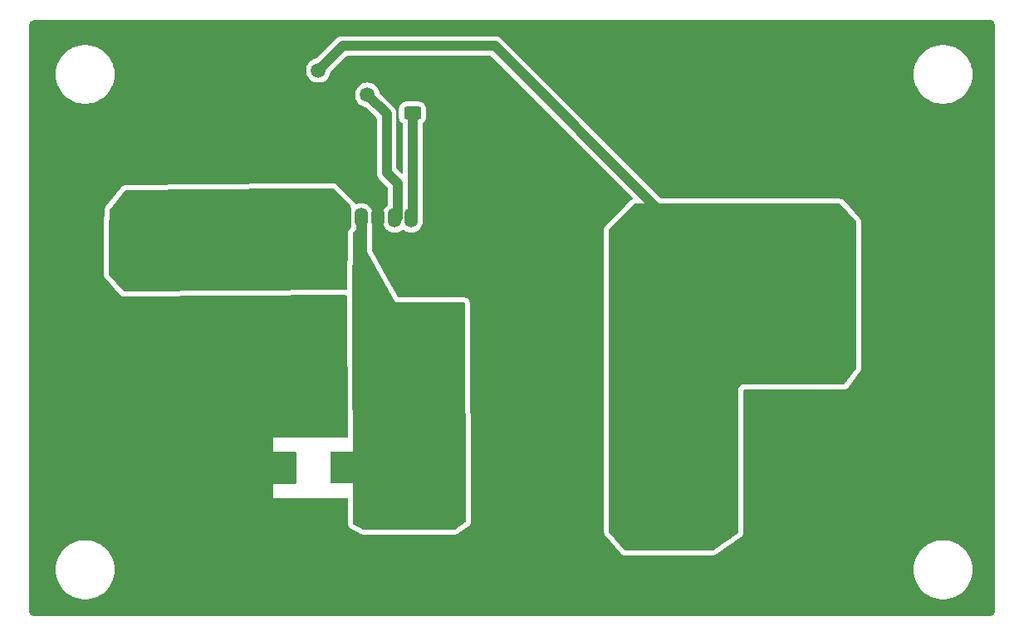
<source format=gbr>
%TF.GenerationSoftware,KiCad,Pcbnew,8.0.7-8.0.7-0~ubuntu20.04.1*%
%TF.CreationDate,2025-01-31T01:02:46+05:30*%
%TF.ProjectId,Buck_Converter_12V_3V3,4275636b-5f43-46f6-9e76-65727465725f,rev?*%
%TF.SameCoordinates,Original*%
%TF.FileFunction,Copper,L1,Top*%
%TF.FilePolarity,Positive*%
%FSLAX46Y46*%
G04 Gerber Fmt 4.6, Leading zero omitted, Abs format (unit mm)*
G04 Created by KiCad (PCBNEW 8.0.7-8.0.7-0~ubuntu20.04.1) date 2025-01-31 01:02:46*
%MOMM*%
%LPD*%
G01*
G04 APERTURE LIST*
G04 Aperture macros list*
%AMRoundRect*
0 Rectangle with rounded corners*
0 $1 Rounding radius*
0 $2 $3 $4 $5 $6 $7 $8 $9 X,Y pos of 4 corners*
0 Add a 4 corners polygon primitive as box body*
4,1,4,$2,$3,$4,$5,$6,$7,$8,$9,$2,$3,0*
0 Add four circle primitives for the rounded corners*
1,1,$1+$1,$2,$3*
1,1,$1+$1,$4,$5*
1,1,$1+$1,$6,$7*
1,1,$1+$1,$8,$9*
0 Add four rect primitives between the rounded corners*
20,1,$1+$1,$2,$3,$4,$5,0*
20,1,$1+$1,$4,$5,$6,$7,0*
20,1,$1+$1,$6,$7,$8,$9,0*
20,1,$1+$1,$8,$9,$2,$3,0*%
G04 Aperture macros list end*
%TA.AperFunction,ComponentPad*%
%ADD10C,1.498600*%
%TD*%
%TA.AperFunction,ComponentPad*%
%ADD11O,2.500000X5.000000*%
%TD*%
%TA.AperFunction,ComponentPad*%
%ADD12O,2.250000X4.500000*%
%TD*%
%TA.AperFunction,ComponentPad*%
%ADD13O,4.500000X2.250000*%
%TD*%
%TA.AperFunction,ComponentPad*%
%ADD14R,1.700000X1.700000*%
%TD*%
%TA.AperFunction,ComponentPad*%
%ADD15O,1.700000X1.700000*%
%TD*%
%TA.AperFunction,ComponentPad*%
%ADD16R,1.400000X2.000001*%
%TD*%
%TA.AperFunction,ComponentPad*%
%ADD17O,1.400000X2.000001*%
%TD*%
%TA.AperFunction,SMDPad,CuDef*%
%ADD18R,2.500000X6.500000*%
%TD*%
%TA.AperFunction,SMDPad,CuDef*%
%ADD19RoundRect,0.250000X-0.412500X-0.650000X0.412500X-0.650000X0.412500X0.650000X-0.412500X0.650000X0*%
%TD*%
%TA.AperFunction,SMDPad,CuDef*%
%ADD20RoundRect,0.250000X0.625000X-0.400000X0.625000X0.400000X-0.625000X0.400000X-0.625000X-0.400000X0*%
%TD*%
%TA.AperFunction,SMDPad,CuDef*%
%ADD21RoundRect,0.237500X-0.237500X0.250000X-0.237500X-0.250000X0.237500X-0.250000X0.237500X0.250000X0*%
%TD*%
%TA.AperFunction,SMDPad,CuDef*%
%ADD22R,5.100000X17.800000*%
%TD*%
%TA.AperFunction,SMDPad,CuDef*%
%ADD23RoundRect,0.250000X0.650000X-0.412500X0.650000X0.412500X-0.650000X0.412500X-0.650000X-0.412500X0*%
%TD*%
%TA.AperFunction,SMDPad,CuDef*%
%ADD24R,2.561399X3.180001*%
%TD*%
%TA.AperFunction,SMDPad,CuDef*%
%ADD25RoundRect,0.237500X0.237500X-0.300000X0.237500X0.300000X-0.237500X0.300000X-0.237500X-0.300000X0*%
%TD*%
%TA.AperFunction,ViaPad*%
%ADD26C,0.600000*%
%TD*%
%TA.AperFunction,Conductor*%
%ADD27C,1.000000*%
%TD*%
%TA.AperFunction,Conductor*%
%ADD28C,0.200000*%
%TD*%
G04 APERTURE END LIST*
D10*
%TO.P,RV1,1,1*%
%TO.N,Net-(J2-Pin_1)*%
X101990000Y-56960000D03*
%TO.P,RV1,2,2*%
%TO.N,Net-(U1-FB)*%
X106990000Y-59460000D03*
%TO.P,RV1,3,3*%
%TO.N,GND*%
X101990000Y-61959990D03*
%TD*%
D11*
%TO.P,J1,1*%
%TO.N,Net-(U1-VIN)*%
X81880000Y-75210000D03*
D12*
%TO.P,J1,2*%
%TO.N,GND*%
X75880000Y-75210000D03*
D13*
%TO.P,J1,3*%
X78880000Y-79910000D03*
%TD*%
D14*
%TO.P,J3,1,Pin_1*%
%TO.N,GND*%
X160890000Y-74530000D03*
D15*
%TO.P,J3,2,Pin_2*%
X160890000Y-77070000D03*
%TO.P,J3,3,Pin_3*%
X160890000Y-79610000D03*
%TO.P,J3,4,Pin_4*%
X160890000Y-82150000D03*
%TO.P,J3,5,Pin_5*%
X160890000Y-84690000D03*
%TD*%
D14*
%TO.P,J2,1,Pin_1*%
%TO.N,Net-(J2-Pin_1)*%
X153020000Y-74530000D03*
D15*
%TO.P,J2,2,Pin_2*%
X153020000Y-77070000D03*
%TO.P,J2,3,Pin_3*%
X153020000Y-79610000D03*
%TO.P,J2,4,Pin_4*%
X153020000Y-82150000D03*
%TO.P,J2,5,Pin_5*%
X153020000Y-84690000D03*
%TD*%
D16*
%TO.P,U1,1,VIN*%
%TO.N,Net-(U1-VIN)*%
X104659999Y-72010000D03*
D17*
%TO.P,U1,2,OUT*%
%TO.N,Net-(D1-K)*%
X106359999Y-72010000D03*
%TO.P,U1,3,GND*%
%TO.N,GND*%
X108060000Y-72010000D03*
%TO.P,U1,4,FB*%
%TO.N,Net-(U1-FB)*%
X109759999Y-72010000D03*
%TO.P,U1,5,ON_OFF_N*%
%TO.N,Net-(U1-ON_OFF_N)*%
X111459999Y-72010000D03*
%TD*%
D18*
%TO.P,C1,1*%
%TO.N,Net-(U1-VIN)*%
X95950000Y-75520000D03*
%TO.P,C1,2*%
%TO.N,GND*%
X95950000Y-88020000D03*
%TD*%
D19*
%TO.P,C4,1*%
%TO.N,Net-(J2-Pin_1)*%
X143275000Y-103070000D03*
%TO.P,C4,2*%
%TO.N,GND*%
X146400000Y-103070000D03*
%TD*%
D20*
%TO.P,R1,1*%
%TO.N,Net-(U1-ON_OFF_N)*%
X111580000Y-61310000D03*
%TO.P,R1,2*%
%TO.N,GND*%
X111580000Y-58210000D03*
%TD*%
D18*
%TO.P,C5,1*%
%TO.N,Net-(J2-Pin_1)*%
X137120000Y-73970000D03*
%TO.P,C5,2*%
%TO.N,GND*%
X137120000Y-61470000D03*
%TD*%
D21*
%TO.P,C6,2*%
%TO.N,GND*%
X148640000Y-90080000D03*
%TO.P,C6,1*%
%TO.N,Net-(J2-Pin_1)*%
X148640000Y-88255000D03*
%TD*%
D22*
%TO.P,L1,1,1*%
%TO.N,Net-(D1-K)*%
X114050000Y-91850000D03*
%TO.P,L1,2,2*%
%TO.N,Net-(J2-Pin_1)*%
X142050000Y-91850000D03*
%TD*%
D23*
%TO.P,C3,1*%
%TO.N,Net-(U1-VIN)*%
X94660000Y-70110000D03*
%TO.P,C3,2*%
%TO.N,GND*%
X94660000Y-66985000D03*
%TD*%
%TO.P,C7,1*%
%TO.N,Net-(J2-Pin_1)*%
X148480000Y-71945000D03*
%TO.P,C7,2*%
%TO.N,GND*%
X148480000Y-68820000D03*
%TD*%
D24*
%TO.P,D1,1,K*%
%TO.N,Net-(D1-K)*%
X104480000Y-97490000D03*
%TO.P,D1,2,A*%
%TO.N,GND*%
X98403400Y-97490000D03*
%TD*%
D25*
%TO.P,C2,1*%
%TO.N,Net-(U1-VIN)*%
X99500000Y-69725000D03*
%TO.P,C2,2*%
%TO.N,GND*%
X99500000Y-68000000D03*
%TD*%
D26*
%TO.N,GND*%
X153430000Y-94740000D03*
X156510000Y-94740000D03*
X150350000Y-94740000D03*
X154970000Y-94740000D03*
X151890000Y-94740000D03*
X150350000Y-99000000D03*
X153430000Y-100540000D03*
X156510000Y-100540000D03*
X154970000Y-95920000D03*
X153430000Y-99000000D03*
X151890000Y-97460000D03*
X156510000Y-95920000D03*
X150350000Y-100540000D03*
X151890000Y-99000000D03*
X154970000Y-99000000D03*
X154970000Y-97460000D03*
X150350000Y-95920000D03*
X156510000Y-99000000D03*
X151890000Y-95920000D03*
X153430000Y-97460000D03*
X156510000Y-97460000D03*
X154970000Y-100540000D03*
X151890000Y-100540000D03*
X150350000Y-97460000D03*
X153430000Y-95920000D03*
X141340000Y-55070000D03*
X90760000Y-103030000D03*
X148290000Y-63090000D03*
X86140000Y-92570000D03*
X86140000Y-95650000D03*
X120390000Y-103750000D03*
X117610000Y-70740000D03*
X84600000Y-92570000D03*
X86140000Y-101490000D03*
X120390000Y-100670000D03*
X142880000Y-56610000D03*
X121930000Y-105290000D03*
X96180000Y-57800000D03*
X154420000Y-56840000D03*
X84600000Y-94110000D03*
X90760000Y-89680000D03*
X90240000Y-60910000D03*
X123480000Y-83940000D03*
X84600000Y-99950000D03*
X119150000Y-75360000D03*
X120430000Y-81040000D03*
X93320000Y-59370000D03*
X93320000Y-56290000D03*
X94640000Y-60880000D03*
X120430000Y-79500000D03*
X133860000Y-53560000D03*
X120400000Y-96060000D03*
X120400000Y-91580000D03*
X87680000Y-94110000D03*
X149830000Y-61550000D03*
X90760000Y-99950000D03*
X120400000Y-87020000D03*
X120400000Y-94520000D03*
X90240000Y-57830000D03*
X84600000Y-89680000D03*
X121970000Y-79500000D03*
X123470000Y-102210000D03*
X120400000Y-93120000D03*
X116070000Y-73820000D03*
X135400000Y-55100000D03*
X142880000Y-53530000D03*
X119150000Y-72280000D03*
X117610000Y-73820000D03*
X84600000Y-98410000D03*
X120690000Y-75360000D03*
X90760000Y-97190000D03*
X153430000Y-101730000D03*
X154230000Y-59980000D03*
X139800000Y-53530000D03*
X125050000Y-79500000D03*
X121940000Y-90040000D03*
X122010000Y-73790000D03*
X126630000Y-72250000D03*
X154230000Y-61520000D03*
X126630000Y-70710000D03*
X87680000Y-98410000D03*
X126560000Y-94520000D03*
X152910000Y-64630000D03*
X126550000Y-105290000D03*
X149800000Y-58380000D03*
X120430000Y-76420000D03*
X120700000Y-64480000D03*
X123480000Y-93120000D03*
X125020000Y-96060000D03*
X84600000Y-97190000D03*
X125010000Y-103750000D03*
X135400000Y-56640000D03*
X132320000Y-56640000D03*
X119160000Y-61400000D03*
X150350000Y-103270000D03*
X125020000Y-99140000D03*
X121940000Y-83940000D03*
X148290000Y-61550000D03*
X93320000Y-57830000D03*
X149830000Y-64630000D03*
X87680000Y-91220000D03*
X139800000Y-56610000D03*
X154230000Y-64600000D03*
X87650000Y-85280000D03*
X126630000Y-69170000D03*
X126590000Y-79500000D03*
X141340000Y-56610000D03*
X120390000Y-102210000D03*
X132320000Y-53560000D03*
X117620000Y-61400000D03*
X149830000Y-66170000D03*
X89220000Y-91220000D03*
X87680000Y-97190000D03*
X90240000Y-56290000D03*
X86140000Y-97190000D03*
X136940000Y-53560000D03*
X125020000Y-93120000D03*
X90730000Y-85280000D03*
X123550000Y-70710000D03*
X125020000Y-88500000D03*
X93320000Y-62450000D03*
X120690000Y-73820000D03*
X125090000Y-72250000D03*
X151340000Y-58380000D03*
X125020000Y-94520000D03*
X120400000Y-82400000D03*
X156510000Y-103270000D03*
X123510000Y-77960000D03*
X88700000Y-62450000D03*
X120700000Y-66020000D03*
X86140000Y-103030000D03*
X116070000Y-72280000D03*
X151370000Y-61550000D03*
X126560000Y-85480000D03*
X125010000Y-102210000D03*
X126550000Y-102210000D03*
X149800000Y-53760000D03*
X93320000Y-60910000D03*
X153430000Y-103270000D03*
X154230000Y-66140000D03*
X126550000Y-100670000D03*
X151370000Y-66170000D03*
X119160000Y-66020000D03*
X126630000Y-73790000D03*
X89220000Y-86600000D03*
X154420000Y-58380000D03*
X89220000Y-101490000D03*
X117620000Y-67560000D03*
X84570000Y-85280000D03*
X125090000Y-75330000D03*
X89220000Y-103030000D03*
X121940000Y-87020000D03*
X120390000Y-105290000D03*
X121930000Y-103750000D03*
X152910000Y-66170000D03*
X90240000Y-62450000D03*
X120400000Y-85480000D03*
X154230000Y-63060000D03*
X90760000Y-86600000D03*
X125020000Y-82400000D03*
X123480000Y-96060000D03*
X123480000Y-85480000D03*
X91780000Y-56290000D03*
X120690000Y-72280000D03*
X126560000Y-99140000D03*
X125090000Y-73790000D03*
X136940000Y-55100000D03*
X87680000Y-88140000D03*
X87680000Y-92570000D03*
X121930000Y-102210000D03*
X126560000Y-90040000D03*
X125020000Y-90040000D03*
X89220000Y-92570000D03*
X152910000Y-63090000D03*
X120700000Y-61400000D03*
X86140000Y-98410000D03*
X96180000Y-56260000D03*
X86140000Y-91220000D03*
X123510000Y-79500000D03*
X121940000Y-99140000D03*
X126550000Y-103750000D03*
X120400000Y-99140000D03*
X148260000Y-53760000D03*
X86140000Y-86600000D03*
X120700000Y-67560000D03*
X151890000Y-101730000D03*
X86140000Y-99950000D03*
X152880000Y-56840000D03*
X120400000Y-88500000D03*
X135400000Y-53560000D03*
X148260000Y-56840000D03*
X120400000Y-97600000D03*
X141340000Y-53530000D03*
X122010000Y-75330000D03*
X120700000Y-62940000D03*
X86140000Y-88140000D03*
X96180000Y-59340000D03*
X126560000Y-93120000D03*
X116080000Y-64480000D03*
X152910000Y-61550000D03*
X125050000Y-76420000D03*
X87680000Y-86600000D03*
X148260000Y-55300000D03*
X132320000Y-55100000D03*
X87680000Y-89680000D03*
X88700000Y-60910000D03*
X149830000Y-63090000D03*
X94640000Y-57800000D03*
X94640000Y-56260000D03*
X150350000Y-101730000D03*
X126560000Y-97600000D03*
X123550000Y-72250000D03*
X90760000Y-92570000D03*
X152910000Y-60010000D03*
X126560000Y-83940000D03*
X151370000Y-64630000D03*
X117620000Y-64480000D03*
X123480000Y-94520000D03*
X139800000Y-55070000D03*
X125020000Y-83940000D03*
X138260000Y-56610000D03*
X119150000Y-70740000D03*
X84600000Y-103030000D03*
X121970000Y-77960000D03*
X89220000Y-97190000D03*
X122010000Y-70710000D03*
X154970000Y-103270000D03*
X126560000Y-82400000D03*
X91780000Y-62450000D03*
X148260000Y-58380000D03*
X116080000Y-66020000D03*
X125010000Y-105290000D03*
X125020000Y-85480000D03*
X119150000Y-69200000D03*
X90760000Y-91220000D03*
X123510000Y-81040000D03*
X126590000Y-76420000D03*
X121970000Y-81040000D03*
X87680000Y-103030000D03*
X91780000Y-60910000D03*
X91780000Y-57830000D03*
X96180000Y-60880000D03*
X89220000Y-95650000D03*
X123550000Y-69170000D03*
X126590000Y-81040000D03*
X151370000Y-63090000D03*
X116070000Y-69200000D03*
X123480000Y-88500000D03*
X89220000Y-89680000D03*
X122010000Y-72250000D03*
X87680000Y-95650000D03*
X116080000Y-61400000D03*
X123550000Y-75330000D03*
X86140000Y-89680000D03*
X123470000Y-105290000D03*
X84600000Y-91220000D03*
X89190000Y-85280000D03*
X123480000Y-91580000D03*
X88700000Y-57830000D03*
X136940000Y-56640000D03*
X120400000Y-90040000D03*
X151340000Y-55300000D03*
X125020000Y-87020000D03*
X126630000Y-75330000D03*
X126560000Y-91580000D03*
X84600000Y-88140000D03*
X116080000Y-62940000D03*
X154420000Y-55300000D03*
X126590000Y-77960000D03*
X121940000Y-85480000D03*
X133860000Y-55100000D03*
X116070000Y-70740000D03*
X123480000Y-99140000D03*
X90240000Y-59370000D03*
X117610000Y-75360000D03*
X96180000Y-62420000D03*
X90760000Y-95650000D03*
X148290000Y-60010000D03*
X151340000Y-56840000D03*
X90760000Y-94110000D03*
X121970000Y-76420000D03*
X133860000Y-56640000D03*
X121940000Y-94520000D03*
X91780000Y-59370000D03*
X88700000Y-59370000D03*
X125090000Y-69170000D03*
X123550000Y-73790000D03*
X121940000Y-91580000D03*
X156510000Y-101730000D03*
X88700000Y-56290000D03*
X119160000Y-67560000D03*
X121930000Y-100670000D03*
X149800000Y-55300000D03*
X89220000Y-99950000D03*
X87680000Y-99950000D03*
X149800000Y-56840000D03*
X125020000Y-91580000D03*
X123480000Y-87020000D03*
X121940000Y-82400000D03*
X89220000Y-88140000D03*
X89220000Y-94110000D03*
X90760000Y-101490000D03*
X121940000Y-97600000D03*
X151890000Y-103270000D03*
X120400000Y-83940000D03*
X154970000Y-101730000D03*
X152880000Y-53760000D03*
X84600000Y-95650000D03*
X119160000Y-62940000D03*
X117610000Y-69200000D03*
X148290000Y-64630000D03*
X125050000Y-81040000D03*
X84600000Y-101490000D03*
X123480000Y-90040000D03*
X125020000Y-97600000D03*
X117620000Y-66020000D03*
X116070000Y-75360000D03*
X116080000Y-67560000D03*
X89220000Y-98410000D03*
X154420000Y-53760000D03*
X94640000Y-62420000D03*
X84600000Y-86600000D03*
X123510000Y-76420000D03*
X94640000Y-59340000D03*
X125090000Y-70710000D03*
X121940000Y-88500000D03*
X121940000Y-96060000D03*
X117610000Y-72280000D03*
X90760000Y-88140000D03*
X123470000Y-100670000D03*
X123470000Y-103750000D03*
X125050000Y-77960000D03*
X126560000Y-96060000D03*
X119150000Y-73820000D03*
X87680000Y-101490000D03*
X142880000Y-55070000D03*
X151370000Y-60010000D03*
X138260000Y-55070000D03*
X148290000Y-66170000D03*
X125010000Y-100670000D03*
X152880000Y-55300000D03*
X122010000Y-69170000D03*
X138260000Y-53530000D03*
X149830000Y-60010000D03*
X126560000Y-87020000D03*
X120690000Y-69200000D03*
X119160000Y-64480000D03*
X126560000Y-88500000D03*
X90760000Y-98410000D03*
X86110000Y-85280000D03*
X86140000Y-94110000D03*
X123480000Y-82400000D03*
X152880000Y-58380000D03*
X123480000Y-97600000D03*
X151340000Y-53760000D03*
X121940000Y-93120000D03*
X120430000Y-77960000D03*
X120690000Y-70740000D03*
X117620000Y-62940000D03*
%TD*%
D27*
%TO.N,Net-(U1-FB)*%
X108950000Y-67390000D02*
X108950000Y-61420000D01*
X108950000Y-61420000D02*
X106990000Y-59460000D01*
%TO.N,Net-(J2-Pin_1)*%
X137120000Y-73970000D02*
X137120000Y-71620000D01*
X137120000Y-71620000D02*
X119980000Y-54480000D01*
X119980000Y-54480000D02*
X104470000Y-54480000D01*
X104470000Y-54480000D02*
X101990000Y-56960000D01*
D28*
X137120000Y-73970000D02*
X135490000Y-72340000D01*
X135490000Y-72340000D02*
X135490000Y-71370000D01*
D27*
%TO.N,Net-(U1-ON_OFF_N)*%
X111620000Y-61590000D02*
X111620000Y-71820000D01*
D28*
X111620000Y-71820000D02*
X111800000Y-72000000D01*
D27*
X111890000Y-61240000D02*
X111900000Y-61250000D01*
X111890000Y-61320000D02*
X111620000Y-61590000D01*
%TO.N,Net-(U1-FB)*%
X110100000Y-68540000D02*
X108950000Y-67390000D01*
X110100000Y-72000000D02*
X110100000Y-68540000D01*
%TD*%
%TA.AperFunction,Conductor*%
%TO.N,Net-(U1-VIN)*%
G36*
X103516554Y-69019574D02*
G01*
X103536389Y-69035176D01*
X105262669Y-70703913D01*
X105297188Y-70764660D01*
X105300481Y-70791919D01*
X105303414Y-71108405D01*
X105289905Y-71165847D01*
X105247453Y-71249165D01*
X105247452Y-71249167D01*
X105189058Y-71428881D01*
X105159499Y-71615513D01*
X105159499Y-72404486D01*
X105189058Y-72591118D01*
X105247453Y-72770836D01*
X105306908Y-72887521D01*
X105320418Y-72942667D01*
X105320589Y-72961116D01*
X105301526Y-73028335D01*
X105262294Y-73067429D01*
X105240272Y-73081186D01*
X105240264Y-73081192D01*
X105186879Y-73126266D01*
X105186872Y-73126272D01*
X105091277Y-73233776D01*
X105091275Y-73233779D01*
X105029829Y-73363883D01*
X105009292Y-73430646D01*
X105009287Y-73430662D01*
X104986987Y-73572805D01*
X104986987Y-73572808D01*
X104914180Y-79251650D01*
X104893637Y-79318431D01*
X104840251Y-79363505D01*
X104791044Y-79374057D01*
X82216170Y-79529612D01*
X82148997Y-79510390D01*
X82122667Y-79488030D01*
X80661638Y-77845567D01*
X80631789Y-77782394D01*
X80630289Y-77762398D01*
X80657819Y-73233776D01*
X80669738Y-71273030D01*
X80689830Y-71206114D01*
X80696855Y-71196390D01*
X82303086Y-69186197D01*
X82360311Y-69146114D01*
X82399132Y-69139608D01*
X99118011Y-69028992D01*
X99131380Y-69029628D01*
X99213323Y-69038000D01*
X99786676Y-69037999D01*
X99786684Y-69037998D01*
X99786687Y-69037998D01*
X99799968Y-69036641D01*
X99887753Y-69027674D01*
X99887767Y-69027669D01*
X99893512Y-69026440D01*
X99918648Y-69023695D01*
X103449388Y-69000334D01*
X103516554Y-69019574D01*
G37*
%TD.AperFunction*%
%TD*%
%TA.AperFunction,Conductor*%
%TO.N,GND*%
G36*
X170466922Y-51831280D02*
G01*
X170557266Y-51841459D01*
X170584331Y-51847636D01*
X170663540Y-51875352D01*
X170688553Y-51887398D01*
X170759606Y-51932043D01*
X170781313Y-51949355D01*
X170840644Y-52008686D01*
X170857957Y-52030395D01*
X170902600Y-52101444D01*
X170914648Y-52126462D01*
X170942362Y-52205666D01*
X170948540Y-52232735D01*
X170958720Y-52323076D01*
X170959500Y-52336961D01*
X170959500Y-112093038D01*
X170958720Y-112106923D01*
X170948540Y-112197264D01*
X170942362Y-112224333D01*
X170914648Y-112303537D01*
X170902600Y-112328555D01*
X170857957Y-112399604D01*
X170840644Y-112421313D01*
X170781313Y-112480644D01*
X170759604Y-112497957D01*
X170688555Y-112542600D01*
X170663537Y-112554648D01*
X170584333Y-112582362D01*
X170557264Y-112588540D01*
X170477075Y-112597576D01*
X170466921Y-112598720D01*
X170453038Y-112599500D01*
X73026962Y-112599500D01*
X73013078Y-112598720D01*
X73000553Y-112597308D01*
X72922735Y-112588540D01*
X72895666Y-112582362D01*
X72816462Y-112554648D01*
X72791444Y-112542600D01*
X72720395Y-112497957D01*
X72698686Y-112480644D01*
X72639355Y-112421313D01*
X72622042Y-112399604D01*
X72577399Y-112328555D01*
X72565351Y-112303537D01*
X72537637Y-112224333D01*
X72531459Y-112197263D01*
X72521280Y-112106922D01*
X72520500Y-112093038D01*
X72520500Y-107889996D01*
X75204415Y-107889996D01*
X75204415Y-107890003D01*
X75224738Y-108238927D01*
X75224739Y-108238938D01*
X75285428Y-108583127D01*
X75285430Y-108583134D01*
X75385674Y-108917972D01*
X75524107Y-109238895D01*
X75524113Y-109238908D01*
X75698870Y-109541597D01*
X75907584Y-109821949D01*
X75907589Y-109821955D01*
X75952114Y-109869148D01*
X76147442Y-110076183D01*
X76323903Y-110224251D01*
X76415186Y-110300847D01*
X76415194Y-110300853D01*
X76707203Y-110492911D01*
X76707207Y-110492913D01*
X77019549Y-110649777D01*
X77347989Y-110769319D01*
X77688086Y-110849923D01*
X78035241Y-110890500D01*
X78035248Y-110890500D01*
X78384752Y-110890500D01*
X78384759Y-110890500D01*
X78731914Y-110849923D01*
X79072011Y-110769319D01*
X79400451Y-110649777D01*
X79712793Y-110492913D01*
X80004811Y-110300849D01*
X80272558Y-110076183D01*
X80512412Y-109821953D01*
X80721130Y-109541596D01*
X80895889Y-109238904D01*
X81034326Y-108917971D01*
X81134569Y-108583136D01*
X81195262Y-108238927D01*
X81215585Y-107890000D01*
X81215585Y-107889996D01*
X162664415Y-107889996D01*
X162664415Y-107890003D01*
X162684738Y-108238927D01*
X162684739Y-108238938D01*
X162745428Y-108583127D01*
X162745430Y-108583134D01*
X162845674Y-108917972D01*
X162984107Y-109238895D01*
X162984113Y-109238908D01*
X163158870Y-109541597D01*
X163367584Y-109821949D01*
X163367589Y-109821955D01*
X163412114Y-109869148D01*
X163607442Y-110076183D01*
X163783903Y-110224251D01*
X163875186Y-110300847D01*
X163875194Y-110300853D01*
X164167203Y-110492911D01*
X164167207Y-110492913D01*
X164479549Y-110649777D01*
X164807989Y-110769319D01*
X165148086Y-110849923D01*
X165495241Y-110890500D01*
X165495248Y-110890500D01*
X165844752Y-110890500D01*
X165844759Y-110890500D01*
X166191914Y-110849923D01*
X166532011Y-110769319D01*
X166860451Y-110649777D01*
X167172793Y-110492913D01*
X167464811Y-110300849D01*
X167732558Y-110076183D01*
X167972412Y-109821953D01*
X168181130Y-109541596D01*
X168355889Y-109238904D01*
X168494326Y-108917971D01*
X168594569Y-108583136D01*
X168655262Y-108238927D01*
X168675585Y-107890000D01*
X168655262Y-107541073D01*
X168655260Y-107541061D01*
X168594571Y-107196872D01*
X168594569Y-107196865D01*
X168494325Y-106862027D01*
X168355892Y-106541104D01*
X168355889Y-106541096D01*
X168206119Y-106281686D01*
X168181129Y-106238402D01*
X167972415Y-105958050D01*
X167972410Y-105958044D01*
X167856433Y-105835117D01*
X167732558Y-105703817D01*
X167584488Y-105579572D01*
X167464813Y-105479152D01*
X167464805Y-105479146D01*
X167172796Y-105287088D01*
X166860458Y-105130226D01*
X166860452Y-105130223D01*
X166532012Y-105010681D01*
X166532009Y-105010680D01*
X166191915Y-104930077D01*
X166148519Y-104925004D01*
X165844759Y-104889500D01*
X165495241Y-104889500D01*
X165191480Y-104925004D01*
X165148085Y-104930077D01*
X165148083Y-104930077D01*
X164807990Y-105010680D01*
X164807987Y-105010681D01*
X164479547Y-105130223D01*
X164479541Y-105130226D01*
X164167203Y-105287088D01*
X163875194Y-105479146D01*
X163875186Y-105479152D01*
X163607442Y-105703817D01*
X163607440Y-105703819D01*
X163367589Y-105958044D01*
X163367584Y-105958050D01*
X163158870Y-106238402D01*
X162984113Y-106541091D01*
X162984107Y-106541104D01*
X162845674Y-106862027D01*
X162745430Y-107196865D01*
X162745428Y-107196872D01*
X162684739Y-107541061D01*
X162684738Y-107541072D01*
X162664415Y-107889996D01*
X81215585Y-107889996D01*
X81195262Y-107541073D01*
X81195260Y-107541061D01*
X81134571Y-107196872D01*
X81134569Y-107196865D01*
X81034325Y-106862027D01*
X80895892Y-106541104D01*
X80895889Y-106541096D01*
X80746119Y-106281686D01*
X80721129Y-106238402D01*
X80512415Y-105958050D01*
X80512410Y-105958044D01*
X80396433Y-105835117D01*
X80272558Y-105703817D01*
X80124488Y-105579572D01*
X80004813Y-105479152D01*
X80004805Y-105479146D01*
X79712796Y-105287088D01*
X79400458Y-105130226D01*
X79400452Y-105130223D01*
X79072012Y-105010681D01*
X79072009Y-105010680D01*
X78731915Y-104930077D01*
X78688519Y-104925004D01*
X78384759Y-104889500D01*
X78035241Y-104889500D01*
X77731480Y-104925004D01*
X77688085Y-104930077D01*
X77688083Y-104930077D01*
X77347990Y-105010680D01*
X77347987Y-105010681D01*
X77019547Y-105130223D01*
X77019541Y-105130226D01*
X76707203Y-105287088D01*
X76415194Y-105479146D01*
X76415186Y-105479152D01*
X76147442Y-105703817D01*
X76147440Y-105703819D01*
X75907589Y-105958044D01*
X75907584Y-105958050D01*
X75698870Y-106238402D01*
X75524113Y-106541091D01*
X75524107Y-106541104D01*
X75385674Y-106862027D01*
X75285430Y-107196865D01*
X75285428Y-107196872D01*
X75224739Y-107541061D01*
X75224738Y-107541072D01*
X75204415Y-107889996D01*
X72520500Y-107889996D01*
X72520500Y-77759321D01*
X80124798Y-77759321D01*
X80126205Y-77800215D01*
X80127705Y-77820217D01*
X80132411Y-77860831D01*
X80132411Y-77860833D01*
X80132412Y-77860835D01*
X80174740Y-77998348D01*
X80204589Y-78061521D01*
X80283944Y-78181539D01*
X81744973Y-79824002D01*
X81744982Y-79824011D01*
X81744987Y-79824016D01*
X81795455Y-79873338D01*
X81821765Y-79895682D01*
X81821777Y-79895691D01*
X81821785Y-79895698D01*
X81878640Y-79937517D01*
X82009927Y-79996384D01*
X82077100Y-80015606D01*
X82219653Y-80035100D01*
X104779686Y-79879647D01*
X104846859Y-79898869D01*
X104892977Y-79951357D01*
X104904536Y-80004628D01*
X104904514Y-80007284D01*
X104904508Y-80009137D01*
X104904511Y-80013745D01*
X104978343Y-94306159D01*
X104959005Y-94373300D01*
X104906438Y-94419327D01*
X104854345Y-94430800D01*
X97427500Y-94430800D01*
X97427500Y-95849199D01*
X99610900Y-95849199D01*
X99677939Y-95868884D01*
X99723694Y-95921688D01*
X99734900Y-95973199D01*
X99734900Y-99006801D01*
X99715215Y-99073840D01*
X99662411Y-99119595D01*
X99610900Y-99130801D01*
X97427500Y-99130801D01*
X97427500Y-100549200D01*
X104887232Y-100549200D01*
X104954271Y-100568885D01*
X105000026Y-100621689D01*
X105011230Y-100672559D01*
X105023533Y-103054133D01*
X105023533Y-103054202D01*
X105024130Y-103169852D01*
X105024131Y-103169863D01*
X105039859Y-103292392D01*
X105039859Y-103292395D01*
X105047953Y-103324070D01*
X105054749Y-103350667D01*
X105075082Y-103402679D01*
X105099729Y-103465727D01*
X105185413Y-103581303D01*
X105234591Y-103630941D01*
X105234595Y-103630944D01*
X105349372Y-103717698D01*
X105349372Y-103717699D01*
X106156985Y-104163568D01*
X106217708Y-104197092D01*
X106335871Y-104244060D01*
X106395801Y-104259505D01*
X106521955Y-104275500D01*
X115941322Y-104275500D01*
X115949866Y-104275427D01*
X115949918Y-104275426D01*
X115949930Y-104275426D01*
X115954188Y-104275353D01*
X115962881Y-104275129D01*
X116104510Y-104249774D01*
X116170834Y-104227799D01*
X116299583Y-104163570D01*
X117254143Y-103502720D01*
X117330408Y-103437863D01*
X117364320Y-103402671D01*
X117426299Y-103324070D01*
X117485720Y-103193033D01*
X117504566Y-103128207D01*
X117505080Y-103126560D01*
X117505228Y-103125934D01*
X117525323Y-102983465D01*
X117465829Y-80752315D01*
X117454133Y-80645547D01*
X117442927Y-80594368D01*
X117408944Y-80492496D01*
X117408943Y-80492493D01*
X117331160Y-80371462D01*
X117331151Y-80371451D01*
X117285407Y-80318659D01*
X117285403Y-80318656D01*
X117285401Y-80318653D01*
X117176667Y-80224433D01*
X117176664Y-80224431D01*
X117176662Y-80224430D01*
X117045796Y-80164664D01*
X117045791Y-80164662D01*
X117045790Y-80164662D01*
X116978751Y-80144977D01*
X116978753Y-80144977D01*
X116978748Y-80144976D01*
X116931275Y-80138150D01*
X116836331Y-80124500D01*
X116836329Y-80124500D01*
X110180191Y-80124500D01*
X110113152Y-80104815D01*
X110071825Y-80060773D01*
X109891189Y-79736008D01*
X109891145Y-79735931D01*
X109026588Y-78181536D01*
X107460746Y-75366293D01*
X107445113Y-75306315D01*
X107441651Y-73845266D01*
X107439330Y-72866080D01*
X107452846Y-72809494D01*
X107472546Y-72770832D01*
X107530939Y-72591118D01*
X107547264Y-72488046D01*
X107560499Y-72404486D01*
X107560499Y-71615513D01*
X107530939Y-71428881D01*
X107479301Y-71269957D01*
X107472546Y-71249168D01*
X107472544Y-71249165D01*
X107472544Y-71249163D01*
X107410635Y-71127661D01*
X107386759Y-71080801D01*
X107275689Y-70927927D01*
X107142072Y-70794310D01*
X106989198Y-70683240D01*
X106930002Y-70653078D01*
X106820835Y-70597454D01*
X106641117Y-70539059D01*
X106454485Y-70509500D01*
X106454480Y-70509500D01*
X106265518Y-70509500D01*
X106265513Y-70509500D01*
X106078879Y-70539060D01*
X106078876Y-70539060D01*
X105894868Y-70598849D01*
X105825027Y-70600844D01*
X105765194Y-70564764D01*
X105741119Y-70526213D01*
X105736687Y-70514919D01*
X105736687Y-70514918D01*
X105702168Y-70454171D01*
X105702166Y-70454169D01*
X105702149Y-70454147D01*
X105697987Y-70448685D01*
X105697378Y-70447994D01*
X105614005Y-70340467D01*
X105614003Y-70340464D01*
X103887723Y-68671727D01*
X103887716Y-68671721D01*
X103887710Y-68671715D01*
X103887706Y-68671712D01*
X103848928Y-68637874D01*
X103848918Y-68637865D01*
X103829073Y-68622254D01*
X103829068Y-68622251D01*
X103787037Y-68592527D01*
X103787027Y-68592521D01*
X103655762Y-68533620D01*
X103638817Y-68528766D01*
X103588592Y-68514379D01*
X103588589Y-68514378D01*
X103588587Y-68514378D01*
X103506708Y-68503158D01*
X103446043Y-68494845D01*
X103446041Y-68494845D01*
X103446034Y-68494844D01*
X99915329Y-68518205D01*
X99915311Y-68518205D01*
X99888073Y-68519779D01*
X99863771Y-68521183D01*
X99863762Y-68521184D01*
X99863743Y-68521185D01*
X99838643Y-68523926D01*
X99831437Y-68525087D01*
X99824331Y-68526021D01*
X99778996Y-68530652D01*
X99767207Y-68531857D01*
X99754606Y-68532499D01*
X99245393Y-68532499D01*
X99232793Y-68531857D01*
X99222045Y-68530759D01*
X99182744Y-68526744D01*
X99155419Y-68524699D01*
X99142022Y-68524062D01*
X99118320Y-68523577D01*
X99114667Y-68523503D01*
X99114662Y-68523503D01*
X99114661Y-68523503D01*
X82395806Y-68634118D01*
X82395780Y-68634119D01*
X82315583Y-68641060D01*
X82315572Y-68641062D01*
X82276766Y-68647565D01*
X82276764Y-68647566D01*
X82198699Y-68667144D01*
X82198693Y-68667146D01*
X82070302Y-68732078D01*
X82014253Y-68771338D01*
X82013248Y-68772024D01*
X82013072Y-68772163D01*
X81908178Y-68870638D01*
X81908173Y-68870643D01*
X81908173Y-68870644D01*
X81821253Y-68979424D01*
X80301928Y-70880853D01*
X80287109Y-70900351D01*
X80280057Y-70910113D01*
X80266254Y-70930225D01*
X80266245Y-70930240D01*
X80205688Y-71060731D01*
X80205684Y-71060742D01*
X80185594Y-71127648D01*
X80185588Y-71127673D01*
X80164247Y-71269950D01*
X80164247Y-71269957D01*
X80156842Y-72488046D01*
X80152328Y-73230703D01*
X80149563Y-73685485D01*
X80148504Y-73700916D01*
X80129500Y-73845266D01*
X80129500Y-76574734D01*
X80130779Y-76584451D01*
X80131836Y-76601379D01*
X80124798Y-77759321D01*
X72520500Y-77759321D01*
X72520500Y-57369996D01*
X75204415Y-57369996D01*
X75204415Y-57370003D01*
X75224738Y-57718927D01*
X75224739Y-57718938D01*
X75285428Y-58063127D01*
X75285430Y-58063134D01*
X75385674Y-58397972D01*
X75524107Y-58718895D01*
X75524113Y-58718908D01*
X75698870Y-59021597D01*
X75907584Y-59301949D01*
X75907589Y-59301955D01*
X75952114Y-59349148D01*
X76147442Y-59556183D01*
X76292438Y-59677849D01*
X76415186Y-59780847D01*
X76415194Y-59780853D01*
X76707203Y-59972911D01*
X76707207Y-59972913D01*
X77019549Y-60129777D01*
X77347989Y-60249319D01*
X77688086Y-60329923D01*
X78035241Y-60370500D01*
X78035248Y-60370500D01*
X78384752Y-60370500D01*
X78384759Y-60370500D01*
X78731914Y-60329923D01*
X79072011Y-60249319D01*
X79400451Y-60129777D01*
X79712793Y-59972913D01*
X80004811Y-59780849D01*
X80272558Y-59556183D01*
X80363303Y-59459999D01*
X105735426Y-59459999D01*
X105735426Y-59460000D01*
X105754485Y-59677849D01*
X105754487Y-59677859D01*
X105811083Y-59889082D01*
X105811085Y-59889086D01*
X105811086Y-59889090D01*
X105850173Y-59972913D01*
X105903506Y-60087286D01*
X105903507Y-60087287D01*
X106028941Y-60266425D01*
X106183575Y-60421059D01*
X106362713Y-60546493D01*
X106560910Y-60638914D01*
X106772146Y-60695514D01*
X106772151Y-60695514D01*
X106777474Y-60696453D01*
X106777142Y-60698331D01*
X106834369Y-60720704D01*
X106846193Y-60731113D01*
X107913181Y-61798101D01*
X107946666Y-61859424D01*
X107949500Y-61885782D01*
X107949500Y-67488541D01*
X107949500Y-67488543D01*
X107949499Y-67488543D01*
X107987947Y-67681829D01*
X107987950Y-67681839D01*
X108063364Y-67863907D01*
X108063371Y-67863920D01*
X108172859Y-68027780D01*
X108172860Y-68027781D01*
X108172861Y-68027782D01*
X108312218Y-68167139D01*
X108312219Y-68167139D01*
X108319286Y-68174206D01*
X108319285Y-68174206D01*
X108319289Y-68174209D01*
X109063181Y-68918101D01*
X109096666Y-68979424D01*
X109099500Y-69005782D01*
X109099500Y-70642799D01*
X109079815Y-70709838D01*
X109048387Y-70743116D01*
X108977926Y-70794309D01*
X108844311Y-70927924D01*
X108844311Y-70927925D01*
X108844309Y-70927927D01*
X108796609Y-70993579D01*
X108733239Y-71080800D01*
X108647453Y-71249163D01*
X108589058Y-71428881D01*
X108559499Y-71615513D01*
X108559499Y-72404486D01*
X108589058Y-72591118D01*
X108647453Y-72770836D01*
X108716317Y-72905988D01*
X108733239Y-72939199D01*
X108844309Y-73092073D01*
X108977926Y-73225690D01*
X109130800Y-73336760D01*
X109210346Y-73377290D01*
X109299162Y-73422545D01*
X109299164Y-73422545D01*
X109299167Y-73422547D01*
X109395496Y-73453846D01*
X109478880Y-73480940D01*
X109665513Y-73510500D01*
X109665518Y-73510500D01*
X109854485Y-73510500D01*
X110041117Y-73480940D01*
X110220831Y-73422547D01*
X110389198Y-73336760D01*
X110537115Y-73229291D01*
X110602919Y-73205812D01*
X110670973Y-73221637D01*
X110682873Y-73229284D01*
X110830800Y-73336760D01*
X110910346Y-73377290D01*
X110999162Y-73422545D01*
X110999164Y-73422545D01*
X110999167Y-73422547D01*
X111095496Y-73453846D01*
X111178880Y-73480940D01*
X111365513Y-73510500D01*
X111365518Y-73510500D01*
X111554485Y-73510500D01*
X111741117Y-73480940D01*
X111920831Y-73422547D01*
X112089198Y-73336760D01*
X112242072Y-73225690D01*
X112375689Y-73092073D01*
X112486759Y-72939199D01*
X112572546Y-72770832D01*
X112630939Y-72591118D01*
X112647264Y-72488046D01*
X112660499Y-72404486D01*
X112660499Y-71615513D01*
X112630938Y-71428881D01*
X112630938Y-71428878D01*
X112626569Y-71415430D01*
X112620500Y-71377113D01*
X112620500Y-62404706D01*
X112640185Y-62337667D01*
X112669404Y-62308987D01*
X112667987Y-62307195D01*
X112673654Y-62302713D01*
X112673653Y-62302713D01*
X112673656Y-62302712D01*
X112797712Y-62178656D01*
X112889814Y-62029334D01*
X112944999Y-61862797D01*
X112955500Y-61760009D01*
X112955499Y-60859992D01*
X112944999Y-60757203D01*
X112889814Y-60590666D01*
X112797712Y-60441344D01*
X112673656Y-60317288D01*
X112563460Y-60249319D01*
X112524336Y-60225187D01*
X112524331Y-60225185D01*
X112522862Y-60224698D01*
X112357797Y-60170001D01*
X112357795Y-60170000D01*
X112255010Y-60159500D01*
X110904998Y-60159500D01*
X110904981Y-60159501D01*
X110802203Y-60170000D01*
X110802200Y-60170001D01*
X110635668Y-60225185D01*
X110635663Y-60225187D01*
X110486342Y-60317289D01*
X110362289Y-60441342D01*
X110270187Y-60590663D01*
X110270185Y-60590668D01*
X110242349Y-60674670D01*
X110215001Y-60757203D01*
X110215001Y-60757204D01*
X110215000Y-60757204D01*
X110204500Y-60859983D01*
X110204500Y-61760001D01*
X110204501Y-61760019D01*
X110215000Y-61862796D01*
X110215001Y-61862799D01*
X110222617Y-61885782D01*
X110270186Y-62029334D01*
X110362288Y-62178656D01*
X110486344Y-62302712D01*
X110560596Y-62348510D01*
X110607321Y-62400457D01*
X110619500Y-62454049D01*
X110619500Y-67345217D01*
X110599815Y-67412256D01*
X110547011Y-67458011D01*
X110477853Y-67467955D01*
X110414297Y-67438930D01*
X110407819Y-67432898D01*
X109986819Y-67011898D01*
X109953334Y-66950575D01*
X109950500Y-66924217D01*
X109950500Y-61524675D01*
X109950501Y-61524654D01*
X109950501Y-61321457D01*
X109950500Y-61321455D01*
X109912053Y-61128172D01*
X109912052Y-61128165D01*
X109836632Y-60946086D01*
X109836631Y-60946085D01*
X109836628Y-60946079D01*
X109727140Y-60782219D01*
X109727137Y-60782215D01*
X108261113Y-59316193D01*
X108227628Y-59254870D01*
X108226503Y-59247465D01*
X108226453Y-59247474D01*
X108225513Y-59242143D01*
X108211222Y-59188809D01*
X108168914Y-59030910D01*
X108076493Y-58832713D01*
X107951059Y-58653575D01*
X107796425Y-58498941D01*
X107617287Y-58373507D01*
X107617288Y-58373507D01*
X107617286Y-58373506D01*
X107518188Y-58327296D01*
X107419090Y-58281086D01*
X107419086Y-58281085D01*
X107419082Y-58281083D01*
X107207859Y-58224487D01*
X107207849Y-58224485D01*
X106990001Y-58205426D01*
X106989999Y-58205426D01*
X106772150Y-58224485D01*
X106772140Y-58224487D01*
X106560917Y-58281083D01*
X106560908Y-58281087D01*
X106362713Y-58373506D01*
X106252026Y-58451011D01*
X106183575Y-58498941D01*
X106183573Y-58498942D01*
X106183570Y-58498945D01*
X106028945Y-58653570D01*
X106028942Y-58653573D01*
X106028941Y-58653575D01*
X105987190Y-58713201D01*
X105903506Y-58832713D01*
X105811087Y-59030908D01*
X105811083Y-59030917D01*
X105754487Y-59242140D01*
X105754485Y-59242150D01*
X105735426Y-59459999D01*
X80363303Y-59459999D01*
X80512412Y-59301953D01*
X80721130Y-59021596D01*
X80895889Y-58718904D01*
X81034326Y-58397971D01*
X81134569Y-58063136D01*
X81195262Y-57718927D01*
X81215585Y-57370000D01*
X81195262Y-57021073D01*
X81184493Y-56959999D01*
X100735426Y-56959999D01*
X100735426Y-56960000D01*
X100754485Y-57177849D01*
X100754487Y-57177859D01*
X100811083Y-57389082D01*
X100811085Y-57389086D01*
X100811086Y-57389090D01*
X100857296Y-57488188D01*
X100903506Y-57587286D01*
X100903507Y-57587287D01*
X101028941Y-57766425D01*
X101183575Y-57921059D01*
X101362713Y-58046493D01*
X101560910Y-58138914D01*
X101772146Y-58195514D01*
X101946429Y-58210762D01*
X101989999Y-58214574D01*
X101990000Y-58214574D01*
X101990001Y-58214574D01*
X102026309Y-58211397D01*
X102207854Y-58195514D01*
X102419090Y-58138914D01*
X102617287Y-58046493D01*
X102796425Y-57921059D01*
X102951059Y-57766425D01*
X103076493Y-57587287D01*
X103168914Y-57389090D01*
X103225514Y-57177854D01*
X103225514Y-57177846D01*
X103226453Y-57172526D01*
X103228332Y-57172857D01*
X103250699Y-57115635D01*
X103261105Y-57103813D01*
X104848102Y-55516819D01*
X104909425Y-55483334D01*
X104935783Y-55480500D01*
X119514218Y-55480500D01*
X119581257Y-55500185D01*
X119601899Y-55516819D01*
X134024969Y-69939890D01*
X134058454Y-70001213D01*
X134053470Y-70070905D01*
X134011598Y-70126838D01*
X133991936Y-70138880D01*
X133971682Y-70148823D01*
X133852864Y-70229962D01*
X133852859Y-70229966D01*
X133291565Y-70744484D01*
X133278839Y-70756565D01*
X133272721Y-70762577D01*
X133260431Y-70775081D01*
X131237547Y-72905983D01*
X131206158Y-72942366D01*
X131206155Y-72942370D01*
X131191639Y-72960909D01*
X131163868Y-73000074D01*
X131104351Y-73131068D01*
X131084797Y-73198144D01*
X131064597Y-73340598D01*
X131064597Y-73340601D01*
X131064597Y-73340604D01*
X131064597Y-73340605D01*
X131077318Y-79866332D01*
X131095768Y-89330985D01*
X131124410Y-104024912D01*
X131125724Y-104060355D01*
X131126976Y-104077692D01*
X131126977Y-104077697D01*
X131130771Y-104112946D01*
X131130771Y-104112949D01*
X131130772Y-104112950D01*
X131171234Y-104251019D01*
X131200220Y-104314578D01*
X131200231Y-104314597D01*
X131277945Y-104435662D01*
X131277954Y-104435674D01*
X132820491Y-106217735D01*
X132820496Y-106217741D01*
X132872404Y-106269574D01*
X132872409Y-106269579D01*
X132899574Y-106293026D01*
X132899586Y-106293035D01*
X132899588Y-106293037D01*
X132958462Y-106336817D01*
X133089603Y-106396008D01*
X133156729Y-106415396D01*
X133156731Y-106415396D01*
X133156732Y-106415396D01*
X133156735Y-106415397D01*
X133164964Y-106416561D01*
X133165239Y-106416580D01*
X133299236Y-106435242D01*
X142243416Y-106395666D01*
X142249005Y-106395591D01*
X142252407Y-106395547D01*
X142253819Y-106395515D01*
X142256809Y-106395449D01*
X142265844Y-106395167D01*
X142407325Y-106369003D01*
X142473522Y-106346649D01*
X142601897Y-106281688D01*
X145057267Y-104560996D01*
X145131696Y-104497236D01*
X145164848Y-104462728D01*
X145225567Y-104385816D01*
X145285338Y-104254939D01*
X145305023Y-104187900D01*
X145305024Y-104187896D01*
X145325500Y-104045480D01*
X145325500Y-89649230D01*
X145345185Y-89582191D01*
X145397989Y-89536436D01*
X145449354Y-89525230D01*
X150951705Y-89518780D01*
X153750060Y-89515500D01*
X153752190Y-89515492D01*
X153752568Y-89515489D01*
X153753541Y-89515484D01*
X153753637Y-89515483D01*
X153753669Y-89515483D01*
X153754162Y-89515478D01*
X153756045Y-89515463D01*
X155401095Y-89497678D01*
X155544155Y-89496132D01*
X155593774Y-89491271D01*
X155631397Y-89487587D01*
X155673515Y-89479729D01*
X155757962Y-89456244D01*
X155884169Y-89387155D01*
X155940058Y-89345224D01*
X155940062Y-89345221D01*
X156041691Y-89243373D01*
X157190428Y-87705396D01*
X157200516Y-87691398D01*
X157205350Y-87684443D01*
X157214968Y-87670087D01*
X157275000Y-87539329D01*
X157294819Y-87472329D01*
X157315581Y-87329957D01*
X157345404Y-72488042D01*
X157343987Y-72449189D01*
X157342561Y-72430191D01*
X157338168Y-72391599D01*
X157296394Y-72253916D01*
X157266800Y-72190624D01*
X157266799Y-72190623D01*
X157266798Y-72190622D01*
X157266718Y-72190450D01*
X157265742Y-72189011D01*
X157187928Y-72070286D01*
X156138414Y-70880837D01*
X155606059Y-70277501D01*
X155556335Y-70228445D01*
X155556321Y-70228431D01*
X155530380Y-70206158D01*
X155474386Y-70164438D01*
X155474384Y-70164436D01*
X155474379Y-70164433D01*
X155440199Y-70148823D01*
X155343505Y-70104663D01*
X155276460Y-70084976D01*
X155219057Y-70076723D01*
X155134043Y-70064500D01*
X155134041Y-70064500D01*
X137030783Y-70064500D01*
X136963744Y-70044815D01*
X136943102Y-70028181D01*
X124284916Y-57369996D01*
X162664415Y-57369996D01*
X162664415Y-57370003D01*
X162684738Y-57718927D01*
X162684739Y-57718938D01*
X162745428Y-58063127D01*
X162745430Y-58063134D01*
X162845674Y-58397972D01*
X162984107Y-58718895D01*
X162984113Y-58718908D01*
X163158870Y-59021597D01*
X163367584Y-59301949D01*
X163367589Y-59301955D01*
X163412114Y-59349148D01*
X163607442Y-59556183D01*
X163752438Y-59677849D01*
X163875186Y-59780847D01*
X163875194Y-59780853D01*
X164167203Y-59972911D01*
X164167207Y-59972913D01*
X164479549Y-60129777D01*
X164807989Y-60249319D01*
X165148086Y-60329923D01*
X165495241Y-60370500D01*
X165495248Y-60370500D01*
X165844752Y-60370500D01*
X165844759Y-60370500D01*
X166191914Y-60329923D01*
X166532011Y-60249319D01*
X166860451Y-60129777D01*
X167172793Y-59972913D01*
X167464811Y-59780849D01*
X167732558Y-59556183D01*
X167972412Y-59301953D01*
X168181130Y-59021596D01*
X168355889Y-58718904D01*
X168494326Y-58397971D01*
X168594569Y-58063136D01*
X168655262Y-57718927D01*
X168675585Y-57370000D01*
X168655262Y-57021073D01*
X168644493Y-56959999D01*
X168594571Y-56676872D01*
X168594569Y-56676865D01*
X168550873Y-56530910D01*
X168494326Y-56342029D01*
X168355889Y-56021096D01*
X168217320Y-55781087D01*
X168181129Y-55718402D01*
X167972415Y-55438050D01*
X167972410Y-55438044D01*
X167856433Y-55315117D01*
X167732558Y-55183817D01*
X167584488Y-55059572D01*
X167464813Y-54959152D01*
X167464805Y-54959146D01*
X167172796Y-54767088D01*
X166860458Y-54610226D01*
X166860452Y-54610223D01*
X166532012Y-54490681D01*
X166532009Y-54490680D01*
X166191915Y-54410077D01*
X166148519Y-54405004D01*
X165844759Y-54369500D01*
X165495241Y-54369500D01*
X165191480Y-54405004D01*
X165148085Y-54410077D01*
X165148083Y-54410077D01*
X164807990Y-54490680D01*
X164807987Y-54490681D01*
X164479547Y-54610223D01*
X164479541Y-54610226D01*
X164167203Y-54767088D01*
X163875194Y-54959146D01*
X163875186Y-54959152D01*
X163607442Y-55183817D01*
X163607440Y-55183819D01*
X163367589Y-55438044D01*
X163367584Y-55438050D01*
X163158870Y-55718402D01*
X162984113Y-56021091D01*
X162984107Y-56021104D01*
X162845674Y-56342027D01*
X162745430Y-56676865D01*
X162745428Y-56676872D01*
X162684739Y-57021061D01*
X162684738Y-57021072D01*
X162664415Y-57369996D01*
X124284916Y-57369996D01*
X120764209Y-53849289D01*
X120764206Y-53849285D01*
X120764206Y-53849286D01*
X120757139Y-53842219D01*
X120757139Y-53842218D01*
X120617782Y-53702861D01*
X120617781Y-53702860D01*
X120617780Y-53702859D01*
X120453920Y-53593371D01*
X120453911Y-53593366D01*
X120381315Y-53563296D01*
X120325165Y-53540038D01*
X120271836Y-53517949D01*
X120271832Y-53517948D01*
X120271828Y-53517946D01*
X120175188Y-53498724D01*
X120078544Y-53479500D01*
X120078541Y-53479500D01*
X104371459Y-53479500D01*
X104371454Y-53479500D01*
X104339391Y-53485876D01*
X104339392Y-53485877D01*
X104178170Y-53517946D01*
X104178164Y-53517948D01*
X103996088Y-53593366D01*
X103996079Y-53593371D01*
X103832219Y-53702859D01*
X103832215Y-53702862D01*
X101846192Y-55688886D01*
X101784869Y-55722371D01*
X101777467Y-55723495D01*
X101777476Y-55723546D01*
X101772148Y-55724485D01*
X101560917Y-55781083D01*
X101560908Y-55781087D01*
X101362713Y-55873506D01*
X101243201Y-55957190D01*
X101183575Y-55998941D01*
X101183573Y-55998942D01*
X101183570Y-55998945D01*
X101028945Y-56153570D01*
X100903506Y-56332713D01*
X100811087Y-56530908D01*
X100811083Y-56530917D01*
X100754487Y-56742140D01*
X100754485Y-56742150D01*
X100735426Y-56959999D01*
X81184493Y-56959999D01*
X81134571Y-56676872D01*
X81134569Y-56676865D01*
X81090873Y-56530910D01*
X81034326Y-56342029D01*
X80895889Y-56021096D01*
X80757320Y-55781087D01*
X80721129Y-55718402D01*
X80512415Y-55438050D01*
X80512410Y-55438044D01*
X80396433Y-55315117D01*
X80272558Y-55183817D01*
X80124488Y-55059572D01*
X80004813Y-54959152D01*
X80004805Y-54959146D01*
X79712796Y-54767088D01*
X79400458Y-54610226D01*
X79400452Y-54610223D01*
X79072012Y-54490681D01*
X79072009Y-54490680D01*
X78731915Y-54410077D01*
X78688519Y-54405004D01*
X78384759Y-54369500D01*
X78035241Y-54369500D01*
X77731480Y-54405004D01*
X77688085Y-54410077D01*
X77688083Y-54410077D01*
X77347990Y-54490680D01*
X77347987Y-54490681D01*
X77019547Y-54610223D01*
X77019541Y-54610226D01*
X76707203Y-54767088D01*
X76415194Y-54959146D01*
X76415186Y-54959152D01*
X76147442Y-55183817D01*
X76147440Y-55183819D01*
X75907589Y-55438044D01*
X75907584Y-55438050D01*
X75698870Y-55718402D01*
X75524113Y-56021091D01*
X75524107Y-56021104D01*
X75385674Y-56342027D01*
X75285430Y-56676865D01*
X75285428Y-56676872D01*
X75224739Y-57021061D01*
X75224738Y-57021072D01*
X75204415Y-57369996D01*
X72520500Y-57369996D01*
X72520500Y-52336961D01*
X72521280Y-52323077D01*
X72521280Y-52323076D01*
X72531459Y-52232731D01*
X72537635Y-52205670D01*
X72565353Y-52126456D01*
X72577396Y-52101450D01*
X72622046Y-52030389D01*
X72639351Y-52008690D01*
X72698690Y-51949351D01*
X72720389Y-51932046D01*
X72791450Y-51887396D01*
X72816456Y-51875353D01*
X72895670Y-51847635D01*
X72922733Y-51841459D01*
X72985419Y-51834396D01*
X73013079Y-51831280D01*
X73026962Y-51830500D01*
X73085892Y-51830500D01*
X170394108Y-51830500D01*
X170453038Y-51830500D01*
X170466922Y-51831280D01*
G37*
%TD.AperFunction*%
%TD*%
%TA.AperFunction,Conductor*%
%TO.N,Net-(D1-K)*%
G36*
X106695652Y-71189487D02*
G01*
X106723847Y-71193776D01*
X106820279Y-71220076D01*
X106879777Y-71256707D01*
X106910026Y-71319689D01*
X106905584Y-71378023D01*
X106889059Y-71428882D01*
X106859500Y-71615513D01*
X106859500Y-72404486D01*
X106868175Y-72459255D01*
X106889060Y-72591118D01*
X106927479Y-72709358D01*
X106933548Y-72747382D01*
X106940000Y-75470000D01*
X109465791Y-80011145D01*
X109810000Y-80630000D01*
X116836331Y-80630000D01*
X116903370Y-80649685D01*
X116949125Y-80702489D01*
X116960331Y-80753668D01*
X117019825Y-102984818D01*
X117000319Y-103051910D01*
X116966407Y-103087102D01*
X116011847Y-103747952D01*
X115945523Y-103769927D01*
X115941265Y-103770000D01*
X114340000Y-103770000D01*
X106521955Y-103770000D01*
X106462025Y-103754555D01*
X105593690Y-103275162D01*
X105544515Y-103225528D01*
X105529624Y-103167248D01*
X105529028Y-103051910D01*
X105410005Y-80011040D01*
X105410012Y-80009013D01*
X105492445Y-73579286D01*
X105512987Y-73512509D01*
X105566373Y-73467435D01*
X105573074Y-73464708D01*
X105602330Y-73453797D01*
X105717545Y-73367547D01*
X105803795Y-73252332D01*
X105854090Y-73117484D01*
X105860499Y-73057874D01*
X105860498Y-71340400D01*
X105880183Y-71273362D01*
X105929915Y-71229060D01*
X106000709Y-71194358D01*
X106062564Y-71181915D01*
X106200000Y-71190000D01*
X106425101Y-71180212D01*
X106434900Y-71180175D01*
X106695652Y-71189487D01*
G37*
%TD.AperFunction*%
%TD*%
%TA.AperFunction,Conductor*%
%TO.N,Net-(J2-Pin_1)*%
G36*
X155201082Y-70589685D02*
G01*
X155227021Y-70611957D01*
X156808885Y-72404736D01*
X156838479Y-72468028D01*
X156839905Y-72487026D01*
X156810082Y-87328941D01*
X156790263Y-87395941D01*
X156785429Y-87402896D01*
X155636692Y-88940873D01*
X155580803Y-88982804D01*
X155538685Y-88990662D01*
X153750580Y-89009993D01*
X153749385Y-89010000D01*
X145220000Y-89019999D01*
X144820000Y-89330000D01*
X144820000Y-104045480D01*
X144800315Y-104112519D01*
X144767163Y-104147027D01*
X142311793Y-105867719D01*
X142245596Y-105890073D01*
X142241179Y-105890171D01*
X133296999Y-105929747D01*
X133229873Y-105910359D01*
X133202695Y-105886902D01*
X131660155Y-104104837D01*
X131631163Y-104041266D01*
X131629910Y-104023925D01*
X131601267Y-89330000D01*
X131570096Y-73339620D01*
X131589650Y-73272545D01*
X131604157Y-73254018D01*
X133627053Y-71123104D01*
X133633151Y-71117111D01*
X134194444Y-70602593D01*
X134257164Y-70571803D01*
X134278234Y-70570000D01*
X155134043Y-70570000D01*
X155201082Y-70589685D01*
G37*
%TD.AperFunction*%
%TD*%
M02*

</source>
